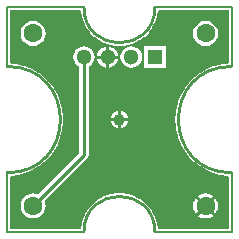
<source format=gtl>
G04*
G04 #@! TF.GenerationSoftware,Altium Limited,Altium Designer,20.1.14 (287)*
G04*
G04 Layer_Physical_Order=1*
G04 Layer_Color=255*
%FSLAX25Y25*%
%MOIN*%
G70*
G04*
G04 #@! TF.SameCoordinates,B6366777-46FB-4962-93CD-1CBD7AC75519*
G04*
G04*
G04 #@! TF.FilePolarity,Positive*
G04*
G01*
G75*
%ADD10C,0.00787*%
%ADD12C,0.01000*%
%ADD16C,0.06299*%
%ADD17C,0.05118*%
%ADD18R,0.05118X0.05118*%
%ADD19C,0.03937*%
G36*
X-12788Y36315D02*
X-12498Y34483D01*
X-12470Y34408D01*
X-12461Y34328D01*
X-11887Y32564D01*
X-11848Y32494D01*
X-11826Y32416D01*
X-10984Y30764D01*
X-10934Y30701D01*
X-10901Y30628D01*
X-9811Y29127D01*
X-9752Y29073D01*
X-9707Y29006D01*
X-8396Y27694D01*
X-8329Y27650D01*
X-8274Y27591D01*
X-6774Y26501D01*
X-6701Y26467D01*
X-6637Y26417D01*
X-4985Y25575D01*
X-4908Y25553D01*
X-4837Y25514D01*
X-3074Y24941D01*
X-2994Y24931D01*
X-2918Y24904D01*
X-1087Y24613D01*
X-1006Y24617D01*
X-927Y24601D01*
X927Y24601D01*
X1006Y24617D01*
X1087Y24613D01*
X2918Y24904D01*
X2994Y24931D01*
X3074Y24941D01*
X4838Y25514D01*
X4908Y25553D01*
X4985Y25575D01*
X6638Y26417D01*
X6701Y26467D01*
X6774Y26501D01*
X8274Y27591D01*
X8329Y27650D01*
X8396Y27694D01*
X9707Y29006D01*
X9752Y29073D01*
X9811Y29127D01*
X10901Y30628D01*
X10935Y30701D01*
X10985Y30764D01*
X11827Y32416D01*
X11848Y32494D01*
X11888Y32564D01*
X12461Y34328D01*
X12470Y34408D01*
X12498Y34483D01*
X12788Y36315D01*
X13286Y36382D01*
X36382D01*
Y19096D01*
X36110Y18694D01*
X33811Y18391D01*
X33748Y18370D01*
X33680Y18365D01*
X31442Y17765D01*
X31381Y17736D01*
X31315Y17722D01*
X29174Y16835D01*
X29118Y16798D01*
X29054Y16776D01*
X27047Y15617D01*
X26996Y15573D01*
X26936Y15543D01*
X25097Y14132D01*
X25052Y14082D01*
X24996Y14044D01*
X23357Y12405D01*
X23320Y12349D01*
X23269Y12305D01*
X21858Y10466D01*
X21829Y10406D01*
X21784Y10355D01*
X20625Y8348D01*
X20604Y8284D01*
X20566Y8228D01*
X19679Y6086D01*
X19666Y6020D01*
X19636Y5960D01*
X19036Y3721D01*
X19032Y3654D01*
X19010Y3590D01*
X18708Y1292D01*
X18712Y1225D01*
X18699Y1159D01*
Y-1159D01*
X18712Y-1225D01*
X18708Y-1292D01*
X19010Y-3590D01*
X19032Y-3654D01*
X19036Y-3721D01*
X19636Y-5960D01*
X19666Y-6020D01*
X19679Y-6086D01*
X20566Y-8228D01*
X20604Y-8284D01*
X20625Y-8348D01*
X21784Y-10355D01*
X21829Y-10406D01*
X21858Y-10466D01*
X23269Y-12305D01*
X23320Y-12349D01*
X23357Y-12405D01*
X24996Y-14044D01*
X25052Y-14082D01*
X25097Y-14132D01*
X26936Y-15543D01*
X26996Y-15573D01*
X27047Y-15617D01*
X29054Y-16776D01*
X29118Y-16798D01*
X29174Y-16835D01*
X31315Y-17722D01*
X31381Y-17736D01*
X31442Y-17765D01*
X33680Y-18365D01*
X33748Y-18370D01*
X33811Y-18391D01*
X36110Y-18694D01*
X36382Y-19096D01*
Y-36382D01*
X13286D01*
X12788Y-36315D01*
X12498Y-34483D01*
X12470Y-34408D01*
X12461Y-34328D01*
X11888Y-32564D01*
X11848Y-32494D01*
X11827Y-32416D01*
X10985Y-30764D01*
X10935Y-30701D01*
X10901Y-30628D01*
X9811Y-29127D01*
X9752Y-29073D01*
X9707Y-29006D01*
X8396Y-27694D01*
X8329Y-27650D01*
X8274Y-27591D01*
X6774Y-26500D01*
X6701Y-26467D01*
X6638Y-26417D01*
X4985Y-25575D01*
X4908Y-25553D01*
X4838Y-25514D01*
X3074Y-24941D01*
X2994Y-24931D01*
X2918Y-24903D01*
X1087Y-24613D01*
X1006Y-24617D01*
X927Y-24601D01*
X-927D01*
X-1006Y-24617D01*
X-1087Y-24613D01*
X-2918Y-24903D01*
X-2994Y-24931D01*
X-3074Y-24941D01*
X-4837Y-25514D01*
X-4908Y-25553D01*
X-4985Y-25575D01*
X-6637Y-26417D01*
X-6701Y-26467D01*
X-6774Y-26500D01*
X-8274Y-27591D01*
X-8329Y-27650D01*
X-8396Y-27694D01*
X-9707Y-29006D01*
X-9752Y-29073D01*
X-9811Y-29127D01*
X-10901Y-30628D01*
X-10934Y-30701D01*
X-10984Y-30764D01*
X-11826Y-32416D01*
X-11848Y-32494D01*
X-11887Y-32564D01*
X-12461Y-34328D01*
X-12470Y-34408D01*
X-12498Y-34483D01*
X-12788Y-36315D01*
X-13286Y-36382D01*
X-36382D01*
Y-19096D01*
X-36110Y-18694D01*
X-33811Y-18391D01*
X-33748Y-18370D01*
X-33680Y-18365D01*
X-31442Y-17765D01*
X-31381Y-17736D01*
X-31315Y-17722D01*
X-29174Y-16835D01*
X-29118Y-16798D01*
X-29054Y-16776D01*
X-27047Y-15617D01*
X-26996Y-15573D01*
X-26936Y-15543D01*
X-25097Y-14132D01*
X-25052Y-14082D01*
X-24996Y-14044D01*
X-23357Y-12405D01*
X-23320Y-12349D01*
X-23269Y-12305D01*
X-21858Y-10466D01*
X-21829Y-10406D01*
X-21784Y-10355D01*
X-20625Y-8348D01*
X-20604Y-8284D01*
X-20566Y-8228D01*
X-19679Y-6086D01*
X-19666Y-6020D01*
X-19636Y-5960D01*
X-19036Y-3721D01*
X-19032Y-3654D01*
X-19010Y-3590D01*
X-18708Y-1292D01*
X-18712Y-1225D01*
X-18699Y-1159D01*
Y1159D01*
X-18712Y1225D01*
X-18708Y1292D01*
X-19010Y3590D01*
X-19032Y3654D01*
X-19036Y3721D01*
X-19636Y5960D01*
X-19666Y6020D01*
X-19679Y6086D01*
X-20566Y8228D01*
X-20604Y8284D01*
X-20625Y8348D01*
X-21784Y10355D01*
X-21829Y10406D01*
X-21858Y10466D01*
X-23269Y12305D01*
X-23320Y12349D01*
X-23357Y12405D01*
X-24996Y14044D01*
X-25052Y14082D01*
X-25097Y14132D01*
X-26936Y15543D01*
X-26996Y15573D01*
X-27047Y15617D01*
X-29054Y16776D01*
X-29118Y16798D01*
X-29174Y16835D01*
X-31315Y17722D01*
X-31381Y17736D01*
X-31442Y17765D01*
X-33680Y18365D01*
X-33748Y18370D01*
X-33811Y18391D01*
X-36110Y18694D01*
X-36382Y19096D01*
Y36382D01*
X-13286D01*
X-12788Y36315D01*
D02*
G37*
%LPC*%
G36*
X28740Y32926D02*
X27657Y32783D01*
X26647Y32365D01*
X25781Y31700D01*
X25115Y30833D01*
X24697Y29823D01*
X24555Y28740D01*
X24697Y27657D01*
X25115Y26647D01*
X25781Y25781D01*
X26647Y25115D01*
X27657Y24697D01*
X28740Y24555D01*
X29823Y24697D01*
X30833Y25115D01*
X31700Y25781D01*
X32365Y26647D01*
X32783Y27657D01*
X32926Y28740D01*
X32783Y29823D01*
X32365Y30833D01*
X31700Y31700D01*
X30833Y32365D01*
X29823Y32783D01*
X28740Y32926D01*
D02*
G37*
G36*
X-28740D02*
X-29823Y32783D01*
X-30833Y32365D01*
X-31700Y31700D01*
X-32365Y30833D01*
X-32783Y29823D01*
X-32926Y28740D01*
X-32783Y27657D01*
X-32365Y26647D01*
X-31700Y25781D01*
X-30833Y25115D01*
X-29823Y24697D01*
X-28740Y24555D01*
X-27657Y24697D01*
X-26647Y25115D01*
X-25781Y25781D01*
X-25115Y26647D01*
X-24697Y27657D01*
X-24555Y28740D01*
X-24697Y29823D01*
X-25115Y30833D01*
X-25781Y31700D01*
X-26647Y32365D01*
X-27657Y32783D01*
X-28740Y32926D01*
D02*
G37*
G36*
X-3437Y24390D02*
Y21366D01*
X-413D01*
X-470Y21795D01*
X-828Y22661D01*
X-1399Y23404D01*
X-2142Y23975D01*
X-3008Y24334D01*
X-3437Y24390D01*
D02*
G37*
G36*
X-4437D02*
X-4866Y24334D01*
X-5732Y23975D01*
X-6475Y23404D01*
X-7046Y22661D01*
X-7404Y21795D01*
X-7461Y21366D01*
X-4437D01*
Y24390D01*
D02*
G37*
G36*
X-413Y20366D02*
X-3437D01*
Y17342D01*
X-3008Y17399D01*
X-2142Y17757D01*
X-1399Y18328D01*
X-828Y19071D01*
X-470Y19937D01*
X-413Y20366D01*
D02*
G37*
G36*
X-4437D02*
X-7461D01*
X-7404Y19937D01*
X-7046Y19071D01*
X-6475Y18328D01*
X-5732Y17757D01*
X-4866Y17399D01*
X-4437Y17342D01*
Y20366D01*
D02*
G37*
G36*
X15370Y24425D02*
X8252D01*
Y17307D01*
X15370D01*
Y24425D01*
D02*
G37*
G36*
X3937Y24456D02*
X3008Y24334D01*
X2142Y23975D01*
X1399Y23404D01*
X828Y22661D01*
X470Y21795D01*
X347Y20866D01*
X470Y19937D01*
X828Y19071D01*
X1399Y18328D01*
X2142Y17757D01*
X3008Y17399D01*
X3937Y17276D01*
X4866Y17399D01*
X5732Y17757D01*
X6475Y18328D01*
X7046Y19071D01*
X7404Y19937D01*
X7527Y20866D01*
X7404Y21795D01*
X7046Y22661D01*
X6475Y23404D01*
X5732Y23975D01*
X4866Y24334D01*
X3937Y24456D01*
D02*
G37*
G36*
X500Y2928D02*
Y500D01*
X2928D01*
X2892Y775D01*
X2593Y1497D01*
X2117Y2117D01*
X1497Y2593D01*
X775Y2892D01*
X500Y2928D01*
D02*
G37*
G36*
X-500D02*
X-775Y2892D01*
X-1497Y2593D01*
X-2117Y2117D01*
X-2593Y1497D01*
X-2892Y775D01*
X-2928Y500D01*
X-500D01*
Y2928D01*
D02*
G37*
G36*
X2928Y-500D02*
X500D01*
Y-2928D01*
X775Y-2892D01*
X1497Y-2593D01*
X2117Y-2117D01*
X2593Y-1497D01*
X2892Y-775D01*
X2928Y-500D01*
D02*
G37*
G36*
X-500D02*
X-2928D01*
X-2892Y-775D01*
X-2593Y-1497D01*
X-2117Y-2117D01*
X-1497Y-2593D01*
X-775Y-2892D01*
X-500Y-2928D01*
Y-500D01*
D02*
G37*
G36*
X-11811Y24456D02*
X-12740Y24334D01*
X-13606Y23975D01*
X-14349Y23404D01*
X-14920Y22661D01*
X-15279Y21795D01*
X-15401Y20866D01*
X-15279Y19937D01*
X-14920Y19071D01*
X-14349Y18328D01*
X-13606Y17757D01*
X-13340Y17647D01*
Y-11178D01*
X-27094Y-24931D01*
X-27657Y-24697D01*
X-28740Y-24555D01*
X-29823Y-24697D01*
X-30833Y-25115D01*
X-31700Y-25781D01*
X-32365Y-26647D01*
X-32783Y-27657D01*
X-32926Y-28740D01*
X-32783Y-29823D01*
X-32365Y-30833D01*
X-31700Y-31700D01*
X-30833Y-32365D01*
X-29823Y-32783D01*
X-28740Y-32926D01*
X-27657Y-32783D01*
X-26647Y-32365D01*
X-25781Y-31700D01*
X-25115Y-30833D01*
X-24697Y-29823D01*
X-24555Y-28740D01*
X-24697Y-27657D01*
X-24931Y-27094D01*
X-10730Y-12892D01*
X-10398Y-12396D01*
X-10282Y-11811D01*
Y17647D01*
X-10016Y17757D01*
X-9273Y18328D01*
X-8702Y19071D01*
X-8344Y19937D01*
X-8221Y20866D01*
X-8344Y21795D01*
X-8702Y22661D01*
X-9273Y23404D01*
X-10016Y23975D01*
X-10882Y24334D01*
X-11811Y24456D01*
D02*
G37*
G36*
X28740Y-24555D02*
X27657Y-24697D01*
X26647Y-25115D01*
X26181Y-25474D01*
X28740Y-28033D01*
X31300Y-25474D01*
X30833Y-25115D01*
X29823Y-24697D01*
X28740Y-24555D01*
D02*
G37*
G36*
X32007Y-26181D02*
X29447Y-28740D01*
X32007Y-31300D01*
X32365Y-30833D01*
X32783Y-29823D01*
X32926Y-28740D01*
X32783Y-27657D01*
X32365Y-26647D01*
X32007Y-26181D01*
D02*
G37*
G36*
X25474D02*
X25115Y-26647D01*
X24697Y-27657D01*
X24555Y-28740D01*
X24697Y-29823D01*
X25115Y-30833D01*
X25474Y-31300D01*
X28033Y-28740D01*
X25474Y-26181D01*
D02*
G37*
G36*
X28740Y-29447D02*
X26181Y-32007D01*
X26647Y-32365D01*
X27657Y-32783D01*
X28740Y-32926D01*
X29823Y-32783D01*
X30833Y-32365D01*
X31300Y-32007D01*
X28740Y-29447D01*
D02*
G37*
%LPD*%
D10*
X-37402Y37402D02*
X-11817D01*
X11818Y37402D02*
X37402D01*
Y17721D02*
Y37402D01*
Y-37401D02*
Y-17721D01*
X11818Y-37401D02*
X37402D01*
X-11817Y-37402D02*
Y-37401D01*
X-37402Y-37402D02*
X-11817D01*
X-37402D02*
Y-17721D01*
Y17721D02*
Y37402D01*
D12*
X-11811Y-11811D02*
Y20866D01*
X-28740Y-28740D02*
X-11811Y-11811D01*
X11818Y-37401D02*
G03*
X-11817Y-37401I-11818J0D01*
G01*
Y37402D02*
G03*
X11818Y37402I11818J-0D01*
G01*
X37402Y17721D02*
G03*
X37402Y-17721I0J-17721D01*
G01*
X-37402D02*
G03*
X-37402Y17721I0J17721D01*
G01*
D16*
X28740Y-28740D02*
D03*
Y28740D02*
D03*
X-28740D02*
D03*
Y-28740D02*
D03*
D17*
X3937Y20866D02*
D03*
X-3937D02*
D03*
X-11811D02*
D03*
D18*
X11811D02*
D03*
D19*
X0Y0D02*
D03*
M02*

</source>
